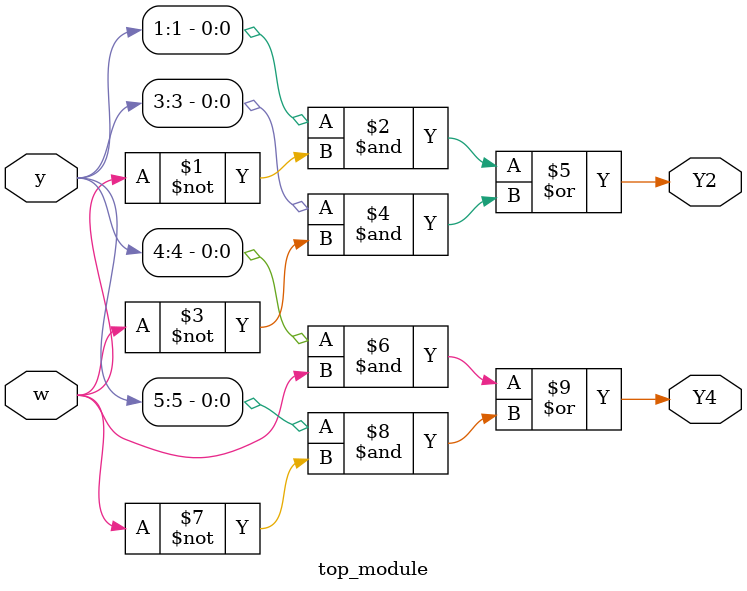
<source format=sv>
module top_module (
    input [6:1] y,
    input w,
    output Y2,
    output Y4
);

// Next-state logic for y[2] (state B and state C)
assign Y2 = (y[1] & ~w) | (y[3] & ~w);

// Next-state logic for y[4] (state D and state E)
assign Y4 = (y[4] & w) | (y[5] & ~w);

endmodule

</source>
